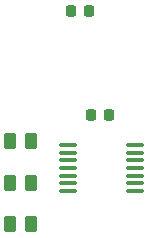
<source format=gbr>
%TF.GenerationSoftware,KiCad,Pcbnew,9.0.0*%
%TF.CreationDate,2026-02-19T11:21:19+01:00*%
%TF.ProjectId,SwitchlessMOD,53776974-6368-46c6-9573-734d4f442e6b,rev?*%
%TF.SameCoordinates,Original*%
%TF.FileFunction,Paste,Top*%
%TF.FilePolarity,Positive*%
%FSLAX46Y46*%
G04 Gerber Fmt 4.6, Leading zero omitted, Abs format (unit mm)*
G04 Created by KiCad (PCBNEW 9.0.0) date 2026-02-19 11:21:19*
%MOMM*%
%LPD*%
G01*
G04 APERTURE LIST*
G04 Aperture macros list*
%AMRoundRect*
0 Rectangle with rounded corners*
0 $1 Rounding radius*
0 $2 $3 $4 $5 $6 $7 $8 $9 X,Y pos of 4 corners*
0 Add a 4 corners polygon primitive as box body*
4,1,4,$2,$3,$4,$5,$6,$7,$8,$9,$2,$3,0*
0 Add four circle primitives for the rounded corners*
1,1,$1+$1,$2,$3*
1,1,$1+$1,$4,$5*
1,1,$1+$1,$6,$7*
1,1,$1+$1,$8,$9*
0 Add four rect primitives between the rounded corners*
20,1,$1+$1,$2,$3,$4,$5,0*
20,1,$1+$1,$4,$5,$6,$7,0*
20,1,$1+$1,$6,$7,$8,$9,0*
20,1,$1+$1,$8,$9,$2,$3,0*%
G04 Aperture macros list end*
%ADD10RoundRect,0.225000X-0.225000X-0.250000X0.225000X-0.250000X0.225000X0.250000X-0.225000X0.250000X0*%
%ADD11RoundRect,0.250000X0.262500X0.450000X-0.262500X0.450000X-0.262500X-0.450000X0.262500X-0.450000X0*%
%ADD12RoundRect,0.100000X-0.637500X-0.100000X0.637500X-0.100000X0.637500X0.100000X-0.637500X0.100000X0*%
G04 APERTURE END LIST*
D10*
%TO.C,C2*%
X140205000Y-101750000D03*
X141755000Y-101750000D03*
%TD*%
D11*
%TO.C,R2*%
X135162500Y-107500000D03*
X133337500Y-107500000D03*
%TD*%
%TO.C,R3*%
X135162500Y-104000000D03*
X133337500Y-104000000D03*
%TD*%
%TO.C,R1*%
X135162500Y-111000000D03*
X133337500Y-111000000D03*
%TD*%
D12*
%TO.C,U1*%
X138250000Y-104300000D03*
X138250000Y-104950000D03*
X138250000Y-105600000D03*
X138250000Y-106250000D03*
X138250000Y-106900000D03*
X138250000Y-107550000D03*
X138250000Y-108200000D03*
X143975000Y-108200000D03*
X143975000Y-107550000D03*
X143975000Y-106900000D03*
X143975000Y-106250000D03*
X143975000Y-105600000D03*
X143975000Y-104950000D03*
X143975000Y-104300000D03*
%TD*%
D10*
%TO.C,C1*%
X138545000Y-93000000D03*
X140095000Y-93000000D03*
%TD*%
M02*

</source>
